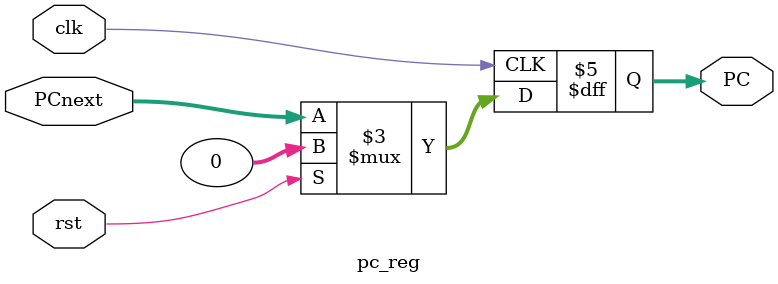
<source format=sv>
module pc_reg #(
    parameter WIDTH = 32
)(
    input logic [WIDTH-1:0] PCnext,
    input logic clk,
    input logic rst,
    output logic [WIDTH-1:0] PC
);

always_ff @(posedge clk) begin
    if (rst) 
        PC <= {WIDTH{1'b0}}; 
    else 
        PC <= PCnext; 
end

endmodule
</source>
